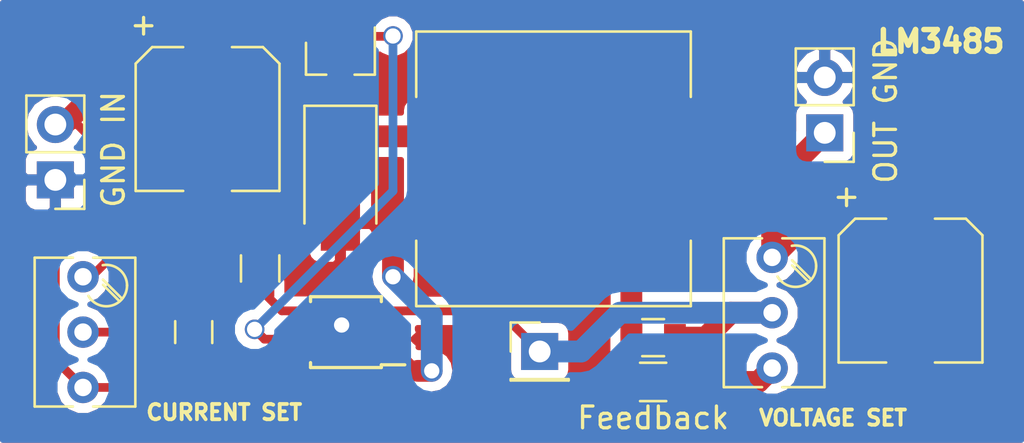
<source format=kicad_pcb>
(kicad_pcb (version 4) (host pcbnew 4.0.5)

  (general
    (links 28)
    (no_connects 0)
    (area 125.776667 98.212 175.688 120.650001)
    (thickness 1.6)
    (drawings 3)
    (tracks 76)
    (zones 0)
    (modules 15)
    (nets 11)
  )

  (page A4)
  (layers
    (0 F.Cu signal)
    (31 B.Cu signal)
    (32 B.Adhes user)
    (33 F.Adhes user)
    (34 B.Paste user)
    (35 F.Paste user)
    (36 B.SilkS user)
    (37 F.SilkS user)
    (38 B.Mask user)
    (39 F.Mask user)
    (40 Dwgs.User user)
    (41 Cmts.User user)
    (42 Eco1.User user)
    (43 Eco2.User user)
    (44 Edge.Cuts user)
    (45 Margin user)
    (46 B.CrtYd user)
    (47 F.CrtYd user)
    (48 B.Fab user)
    (49 F.Fab user)
  )

  (setup
    (last_trace_width 0.4)
    (user_trace_width 0.4)
    (user_trace_width 1)
    (user_trace_width 2)
    (trace_clearance 0.2)
    (zone_clearance 0.45)
    (zone_45_only no)
    (trace_min 0.2)
    (segment_width 0.2)
    (edge_width 0.15)
    (via_size 0.9)
    (via_drill 0.7)
    (via_min_size 0.9)
    (via_min_drill 0.7)
    (uvia_size 0.3)
    (uvia_drill 0.1)
    (uvias_allowed no)
    (uvia_min_size 0.2)
    (uvia_min_drill 0.1)
    (pcb_text_width 0.3)
    (pcb_text_size 1.5 1.5)
    (mod_edge_width 0.15)
    (mod_text_size 1 1)
    (mod_text_width 0.15)
    (pad_size 1.524 1.524)
    (pad_drill 0.762)
    (pad_to_mask_clearance 0.2)
    (aux_axis_origin 0 0)
    (visible_elements 7FFFFFFF)
    (pcbplotparams
      (layerselection 0x00030_80000001)
      (usegerberextensions false)
      (excludeedgelayer true)
      (linewidth 0.100000)
      (plotframeref false)
      (viasonmask false)
      (mode 1)
      (useauxorigin false)
      (hpglpennumber 1)
      (hpglpenspeed 20)
      (hpglpendiameter 15)
      (hpglpenoverlay 2)
      (psnegative false)
      (psa4output false)
      (plotreference true)
      (plotvalue true)
      (plotinvisibletext false)
      (padsonsilk false)
      (subtractmaskfromsilk false)
      (outputformat 1)
      (mirror false)
      (drillshape 1)
      (scaleselection 1)
      (outputdirectory ""))
  )

  (net 0 "")
  (net 1 "Net-(C1-Pad1)")
  (net 2 GND)
  (net 3 "Net-(C2-Pad2)")
  (net 4 "Net-(C3-Pad2)")
  (net 5 "Net-(D1-Pad1)")
  (net 6 "Net-(Q1-Pad1)")
  (net 7 "Net-(U1-Pad3)")
  (net 8 "Net-(C2-Pad1)")
  (net 9 "Net-(RV2-Pad1)")
  (net 10 "Net-(RV1-Pad3)")

  (net_class Default "This is the default net class."
    (clearance 0.2)
    (trace_width 1)
    (via_dia 0.9)
    (via_drill 0.7)
    (uvia_dia 0.3)
    (uvia_drill 0.1)
    (add_net GND)
    (add_net "Net-(C1-Pad1)")
    (add_net "Net-(C2-Pad1)")
    (add_net "Net-(C2-Pad2)")
    (add_net "Net-(C3-Pad2)")
    (add_net "Net-(D1-Pad1)")
    (add_net "Net-(Q1-Pad1)")
    (add_net "Net-(RV1-Pad3)")
    (add_net "Net-(RV2-Pad1)")
    (add_net "Net-(U1-Pad3)")
  )

  (module Capacitors_SMD:CP_Elec_6.3x5.7 (layer F.Cu) (tedit 5943D643) (tstamp 5943C419)
    (at 137.795 105.791 270)
    (descr "SMT capacitor, aluminium electrolytic, 6.3x5.7")
    (path /577511A5)
    (attr smd)
    (fp_text reference C1 (at 0 4.56 270) (layer F.SilkS) hide
      (effects (font (size 1 1) (thickness 0.15)))
    )
    (fp_text value CP (at 0 -4.56 270) (layer F.Fab) hide
      (effects (font (size 1 1) (thickness 0.15)))
    )
    (fp_circle (center 0 0) (end 0.6 3) (layer F.Fab) (width 0.1))
    (fp_text user + (at -1.79 -0.06 270) (layer F.Fab)
      (effects (font (size 1 1) (thickness 0.15)))
    )
    (fp_text user + (at -4.28 3.01 270) (layer F.SilkS)
      (effects (font (size 1 1) (thickness 0.15)))
    )
    (fp_text user %R (at 0 4.56 270) (layer F.Fab) hide
      (effects (font (size 1 1) (thickness 0.15)))
    )
    (fp_line (start 3.15 3.15) (end 3.15 -3.15) (layer F.Fab) (width 0.1))
    (fp_line (start -2.48 3.15) (end 3.15 3.15) (layer F.Fab) (width 0.1))
    (fp_line (start -3.15 2.48) (end -2.48 3.15) (layer F.Fab) (width 0.1))
    (fp_line (start -3.15 -2.48) (end -3.15 2.48) (layer F.Fab) (width 0.1))
    (fp_line (start -2.48 -3.15) (end -3.15 -2.48) (layer F.Fab) (width 0.1))
    (fp_line (start 3.15 -3.15) (end -2.48 -3.15) (layer F.Fab) (width 0.1))
    (fp_line (start 3.3 -3.3) (end 3.3 -1.12) (layer F.SilkS) (width 0.12))
    (fp_line (start 3.3 3.3) (end 3.3 1.12) (layer F.SilkS) (width 0.12))
    (fp_line (start -3.3 2.54) (end -3.3 1.12) (layer F.SilkS) (width 0.12))
    (fp_line (start -3.3 -2.54) (end -3.3 -1.12) (layer F.SilkS) (width 0.12))
    (fp_line (start 3.3 3.3) (end -2.54 3.3) (layer F.SilkS) (width 0.12))
    (fp_line (start -2.54 3.3) (end -3.3 2.54) (layer F.SilkS) (width 0.12))
    (fp_line (start -3.3 -2.54) (end -2.54 -3.3) (layer F.SilkS) (width 0.12))
    (fp_line (start -2.54 -3.3) (end 3.3 -3.3) (layer F.SilkS) (width 0.12))
    (fp_line (start -4.7 -3.4) (end 4.7 -3.4) (layer F.CrtYd) (width 0.05))
    (fp_line (start -4.7 -3.4) (end -4.7 3.4) (layer F.CrtYd) (width 0.05))
    (fp_line (start 4.7 3.4) (end 4.7 -3.4) (layer F.CrtYd) (width 0.05))
    (fp_line (start 4.7 3.4) (end -4.7 3.4) (layer F.CrtYd) (width 0.05))
    (pad 1 smd rect (at -2.7 0 90) (size 3.5 1.6) (layers F.Cu F.Paste F.Mask)
      (net 1 "Net-(C1-Pad1)"))
    (pad 2 smd rect (at 2.7 0 90) (size 3.5 1.6) (layers F.Cu F.Paste F.Mask)
      (net 2 GND))
    (model Capacitors_SMD.3dshapes/CP_Elec_6.3x5.7.wrl
      (at (xyz 0 0 0))
      (scale (xyz 1 1 1))
      (rotate (xyz 0 0 180))
    )
  )

  (module Capacitors_SMD:C_0805 (layer F.Cu) (tedit 5943D5B7) (tstamp 5943C41F)
    (at 158.242 115.824)
    (descr "Capacitor SMD 0805, reflow soldering, AVX (see smccp.pdf)")
    (tags "capacitor 0805")
    (path /577512BB)
    (attr smd)
    (fp_text reference C2 (at 0 -1.5) (layer F.SilkS) hide
      (effects (font (size 1 1) (thickness 0.15)))
    )
    (fp_text value C (at 0 1.75) (layer F.Fab) hide
      (effects (font (size 1 1) (thickness 0.15)))
    )
    (fp_text user %R (at 0 -1.5) (layer F.Fab) hide
      (effects (font (size 1 1) (thickness 0.15)))
    )
    (fp_line (start -1 0.62) (end -1 -0.62) (layer F.Fab) (width 0.1))
    (fp_line (start 1 0.62) (end -1 0.62) (layer F.Fab) (width 0.1))
    (fp_line (start 1 -0.62) (end 1 0.62) (layer F.Fab) (width 0.1))
    (fp_line (start -1 -0.62) (end 1 -0.62) (layer F.Fab) (width 0.1))
    (fp_line (start 0.5 -0.85) (end -0.5 -0.85) (layer F.SilkS) (width 0.12))
    (fp_line (start -0.5 0.85) (end 0.5 0.85) (layer F.SilkS) (width 0.12))
    (fp_line (start -1.75 -0.88) (end 1.75 -0.88) (layer F.CrtYd) (width 0.05))
    (fp_line (start -1.75 -0.88) (end -1.75 0.87) (layer F.CrtYd) (width 0.05))
    (fp_line (start 1.75 0.87) (end 1.75 -0.88) (layer F.CrtYd) (width 0.05))
    (fp_line (start 1.75 0.87) (end -1.75 0.87) (layer F.CrtYd) (width 0.05))
    (pad 1 smd rect (at -1 0) (size 1 1.25) (layers F.Cu F.Paste F.Mask)
      (net 8 "Net-(C2-Pad1)"))
    (pad 2 smd rect (at 1 0) (size 1 1.25) (layers F.Cu F.Paste F.Mask)
      (net 3 "Net-(C2-Pad2)"))
    (model Capacitors_SMD.3dshapes/C_0805.wrl
      (at (xyz 0 0 0))
      (scale (xyz 1 1 1))
      (rotate (xyz 0 0 0))
    )
  )

  (module Capacitors_SMD:C_0805 (layer F.Cu) (tedit 5943D625) (tstamp 5943C425)
    (at 137.16 115.57 90)
    (descr "Capacitor SMD 0805, reflow soldering, AVX (see smccp.pdf)")
    (tags "capacitor 0805")
    (path /57751244)
    (attr smd)
    (fp_text reference C3 (at 0 -1.5 90) (layer F.SilkS) hide
      (effects (font (size 1 1) (thickness 0.15)))
    )
    (fp_text value C (at 0 1.75 90) (layer F.Fab) hide
      (effects (font (size 1 1) (thickness 0.15)))
    )
    (fp_text user %R (at 0 -1.5 90) (layer F.Fab) hide
      (effects (font (size 1 1) (thickness 0.15)))
    )
    (fp_line (start -1 0.62) (end -1 -0.62) (layer F.Fab) (width 0.1))
    (fp_line (start 1 0.62) (end -1 0.62) (layer F.Fab) (width 0.1))
    (fp_line (start 1 -0.62) (end 1 0.62) (layer F.Fab) (width 0.1))
    (fp_line (start -1 -0.62) (end 1 -0.62) (layer F.Fab) (width 0.1))
    (fp_line (start 0.5 -0.85) (end -0.5 -0.85) (layer F.SilkS) (width 0.12))
    (fp_line (start -0.5 0.85) (end 0.5 0.85) (layer F.SilkS) (width 0.12))
    (fp_line (start -1.75 -0.88) (end 1.75 -0.88) (layer F.CrtYd) (width 0.05))
    (fp_line (start -1.75 -0.88) (end -1.75 0.87) (layer F.CrtYd) (width 0.05))
    (fp_line (start 1.75 0.87) (end 1.75 -0.88) (layer F.CrtYd) (width 0.05))
    (fp_line (start 1.75 0.87) (end -1.75 0.87) (layer F.CrtYd) (width 0.05))
    (pad 1 smd rect (at -1 0 90) (size 1 1.25) (layers F.Cu F.Paste F.Mask)
      (net 1 "Net-(C1-Pad1)"))
    (pad 2 smd rect (at 1 0 90) (size 1 1.25) (layers F.Cu F.Paste F.Mask)
      (net 4 "Net-(C3-Pad2)"))
    (model Capacitors_SMD.3dshapes/C_0805.wrl
      (at (xyz 0 0 0))
      (scale (xyz 1 1 1))
      (rotate (xyz 0 0 0))
    )
  )

  (module Capacitors_SMD:CP_Elec_6.3x5.7 (layer F.Cu) (tedit 5943D59E) (tstamp 5943C42B)
    (at 170.053 113.665 270)
    (descr "SMT capacitor, aluminium electrolytic, 6.3x5.7")
    (path /577511EF)
    (attr smd)
    (fp_text reference C4 (at 0 4.56 270) (layer F.SilkS) hide
      (effects (font (size 1 1) (thickness 0.15)))
    )
    (fp_text value CP (at 0 -4.56 270) (layer F.Fab) hide
      (effects (font (size 1 1) (thickness 0.15)))
    )
    (fp_circle (center 0 0) (end 0.6 3) (layer F.Fab) (width 0.1))
    (fp_text user + (at -1.79 -0.06 270) (layer F.Fab)
      (effects (font (size 1 1) (thickness 0.15)))
    )
    (fp_text user + (at -4.28 3.01 270) (layer F.SilkS)
      (effects (font (size 1 1) (thickness 0.15)))
    )
    (fp_text user %R (at 0 4.56 270) (layer F.Fab) hide
      (effects (font (size 1 1) (thickness 0.15)))
    )
    (fp_line (start 3.15 3.15) (end 3.15 -3.15) (layer F.Fab) (width 0.1))
    (fp_line (start -2.48 3.15) (end 3.15 3.15) (layer F.Fab) (width 0.1))
    (fp_line (start -3.15 2.48) (end -2.48 3.15) (layer F.Fab) (width 0.1))
    (fp_line (start -3.15 -2.48) (end -3.15 2.48) (layer F.Fab) (width 0.1))
    (fp_line (start -2.48 -3.15) (end -3.15 -2.48) (layer F.Fab) (width 0.1))
    (fp_line (start 3.15 -3.15) (end -2.48 -3.15) (layer F.Fab) (width 0.1))
    (fp_line (start 3.3 -3.3) (end 3.3 -1.12) (layer F.SilkS) (width 0.12))
    (fp_line (start 3.3 3.3) (end 3.3 1.12) (layer F.SilkS) (width 0.12))
    (fp_line (start -3.3 2.54) (end -3.3 1.12) (layer F.SilkS) (width 0.12))
    (fp_line (start -3.3 -2.54) (end -3.3 -1.12) (layer F.SilkS) (width 0.12))
    (fp_line (start 3.3 3.3) (end -2.54 3.3) (layer F.SilkS) (width 0.12))
    (fp_line (start -2.54 3.3) (end -3.3 2.54) (layer F.SilkS) (width 0.12))
    (fp_line (start -3.3 -2.54) (end -2.54 -3.3) (layer F.SilkS) (width 0.12))
    (fp_line (start -2.54 -3.3) (end 3.3 -3.3) (layer F.SilkS) (width 0.12))
    (fp_line (start -4.7 -3.4) (end 4.7 -3.4) (layer F.CrtYd) (width 0.05))
    (fp_line (start -4.7 -3.4) (end -4.7 3.4) (layer F.CrtYd) (width 0.05))
    (fp_line (start 4.7 3.4) (end 4.7 -3.4) (layer F.CrtYd) (width 0.05))
    (fp_line (start 4.7 3.4) (end -4.7 3.4) (layer F.CrtYd) (width 0.05))
    (pad 1 smd rect (at -2.7 0 90) (size 3.5 1.6) (layers F.Cu F.Paste F.Mask)
      (net 8 "Net-(C2-Pad1)"))
    (pad 2 smd rect (at 2.7 0 90) (size 3.5 1.6) (layers F.Cu F.Paste F.Mask)
      (net 2 GND))
    (model Capacitors_SMD.3dshapes/CP_Elec_6.3x5.7.wrl
      (at (xyz 0 0 0))
      (scale (xyz 1 1 1))
      (rotate (xyz 0 0 180))
    )
  )

  (module Inductors_SMD:L_12x12mm_h4.5mm (layer F.Cu) (tedit 5943D5F6) (tstamp 5943C431)
    (at 153.67 108.077)
    (descr "Choke, SMD, 12x12mm 4.5mm height")
    (tags "Choke SMD")
    (path /57751411)
    (attr smd)
    (fp_text reference L1 (at 0 -8.89) (layer F.SilkS) hide
      (effects (font (size 1 1) (thickness 0.15)))
    )
    (fp_text value INDUCTOR_SMALL (at 0 8.89) (layer F.Fab) hide
      (effects (font (size 1 1) (thickness 0.15)))
    )
    (fp_line (start 6.3 3.3) (end 6.3 6.3) (layer F.SilkS) (width 0.12))
    (fp_line (start 6.3 6.3) (end -6.3 6.3) (layer F.SilkS) (width 0.12))
    (fp_line (start -6.3 6.3) (end -6.3 3.3) (layer F.SilkS) (width 0.12))
    (fp_line (start -6.3 -3.3) (end -6.3 -6.3) (layer F.SilkS) (width 0.12))
    (fp_line (start -6.3 -6.3) (end 6.3 -6.3) (layer F.SilkS) (width 0.12))
    (fp_line (start 6.3 -6.3) (end 6.3 -3.3) (layer F.SilkS) (width 0.12))
    (fp_line (start -6.86 -6.6) (end 6.86 -6.6) (layer F.CrtYd) (width 0.05))
    (fp_line (start 6.86 -6.6) (end 6.86 6.6) (layer F.CrtYd) (width 0.05))
    (fp_line (start 6.86 6.6) (end -6.86 6.6) (layer F.CrtYd) (width 0.05))
    (fp_line (start -6.86 6.6) (end -6.86 -6.6) (layer F.CrtYd) (width 0.05))
    (fp_line (start 4.9 3.3) (end 5 3.4) (layer F.Fab) (width 0.1))
    (fp_line (start 5 3.4) (end 5.1 3.8) (layer F.Fab) (width 0.1))
    (fp_line (start 5.1 3.8) (end 5 4.3) (layer F.Fab) (width 0.1))
    (fp_line (start 5 4.3) (end 4.8 4.6) (layer F.Fab) (width 0.1))
    (fp_line (start 4.8 4.6) (end 4.5 5) (layer F.Fab) (width 0.1))
    (fp_line (start 4.5 5) (end 4 5.1) (layer F.Fab) (width 0.1))
    (fp_line (start 4 5.1) (end 3.5 5) (layer F.Fab) (width 0.1))
    (fp_line (start 3.5 5) (end 3.1 4.7) (layer F.Fab) (width 0.1))
    (fp_line (start 3.1 4.7) (end 3 4.6) (layer F.Fab) (width 0.1))
    (fp_line (start 3 4.6) (end 2.4 5) (layer F.Fab) (width 0.1))
    (fp_line (start 2.4 5) (end 1.6 5.3) (layer F.Fab) (width 0.1))
    (fp_line (start 1.6 5.3) (end 0.6 5.5) (layer F.Fab) (width 0.1))
    (fp_line (start 0.6 5.5) (end -0.6 5.5) (layer F.Fab) (width 0.1))
    (fp_line (start -0.6 5.5) (end -1.5 5.3) (layer F.Fab) (width 0.1))
    (fp_line (start -1.5 5.3) (end -2.1 5.1) (layer F.Fab) (width 0.1))
    (fp_line (start -2.1 5.1) (end -2.6 4.9) (layer F.Fab) (width 0.1))
    (fp_line (start -2.6 4.9) (end -3 4.7) (layer F.Fab) (width 0.1))
    (fp_line (start -3 4.7) (end -3.3 4.9) (layer F.Fab) (width 0.1))
    (fp_line (start -3.3 4.9) (end -3.9 5.1) (layer F.Fab) (width 0.1))
    (fp_line (start -3.9 5.1) (end -4.3 5) (layer F.Fab) (width 0.1))
    (fp_line (start -4.3 5) (end -4.6 4.8) (layer F.Fab) (width 0.1))
    (fp_line (start -4.6 4.8) (end -4.9 4.6) (layer F.Fab) (width 0.1))
    (fp_line (start -4.9 4.6) (end -5.1 4.1) (layer F.Fab) (width 0.1))
    (fp_line (start -5.1 4.1) (end -5 3.6) (layer F.Fab) (width 0.1))
    (fp_line (start -5 3.6) (end -4.8 3.2) (layer F.Fab) (width 0.1))
    (fp_line (start 4.9 -3.3) (end 5 -3.6) (layer F.Fab) (width 0.1))
    (fp_line (start 5 -3.6) (end 5.1 -4) (layer F.Fab) (width 0.1))
    (fp_line (start 5.1 -4) (end 5 -4.3) (layer F.Fab) (width 0.1))
    (fp_line (start 5 -4.3) (end 4.8 -4.7) (layer F.Fab) (width 0.1))
    (fp_line (start 4.8 -4.7) (end 4.5 -4.9) (layer F.Fab) (width 0.1))
    (fp_line (start 4.5 -4.9) (end 4.2 -5.1) (layer F.Fab) (width 0.1))
    (fp_line (start 4.2 -5.1) (end 3.9 -5.1) (layer F.Fab) (width 0.1))
    (fp_line (start 3.9 -5.1) (end 3.6 -5) (layer F.Fab) (width 0.1))
    (fp_line (start 3.6 -5) (end 3.3 -4.9) (layer F.Fab) (width 0.1))
    (fp_line (start 3.3 -4.9) (end 3 -4.6) (layer F.Fab) (width 0.1))
    (fp_line (start 3 -4.6) (end 2.6 -4.9) (layer F.Fab) (width 0.1))
    (fp_line (start 2.6 -4.9) (end 2.2 -5.1) (layer F.Fab) (width 0.1))
    (fp_line (start 2.2 -5.1) (end 1.7 -5.3) (layer F.Fab) (width 0.1))
    (fp_line (start 1.7 -5.3) (end 0.9 -5.5) (layer F.Fab) (width 0.1))
    (fp_line (start 0.9 -5.5) (end 0 -5.6) (layer F.Fab) (width 0.1))
    (fp_line (start 0 -5.6) (end -0.8 -5.5) (layer F.Fab) (width 0.1))
    (fp_line (start -0.8 -5.5) (end -1.7 -5.3) (layer F.Fab) (width 0.1))
    (fp_line (start -1.7 -5.3) (end -2.6 -4.9) (layer F.Fab) (width 0.1))
    (fp_line (start -2.6 -4.9) (end -3 -4.7) (layer F.Fab) (width 0.1))
    (fp_line (start -3 -4.7) (end -3.3 -4.9) (layer F.Fab) (width 0.1))
    (fp_line (start -3.3 -4.9) (end -3.7 -5.1) (layer F.Fab) (width 0.1))
    (fp_line (start -3.7 -5.1) (end -4.2 -5) (layer F.Fab) (width 0.1))
    (fp_line (start -4.2 -5) (end -4.6 -4.8) (layer F.Fab) (width 0.1))
    (fp_line (start -4.6 -4.8) (end -4.9 -4.5) (layer F.Fab) (width 0.1))
    (fp_line (start -4.9 -4.5) (end -5.1 -4) (layer F.Fab) (width 0.1))
    (fp_line (start -5.1 -4) (end -5 -3.5) (layer F.Fab) (width 0.1))
    (fp_line (start -5 -3.5) (end -4.8 -3.2) (layer F.Fab) (width 0.1))
    (fp_line (start -6.2 3.3) (end -6.2 6.2) (layer F.Fab) (width 0.1))
    (fp_line (start -6.2 6.2) (end 6.2 6.2) (layer F.Fab) (width 0.1))
    (fp_line (start 6.2 6.2) (end 6.2 3.3) (layer F.Fab) (width 0.1))
    (fp_line (start 6.2 -6.2) (end -6.2 -6.2) (layer F.Fab) (width 0.1))
    (fp_line (start -6.2 -6.2) (end -6.2 -3.3) (layer F.Fab) (width 0.1))
    (fp_line (start 6.2 -6.2) (end 6.2 -3.3) (layer F.Fab) (width 0.1))
    (fp_circle (center 0 0) (end 0.9 0) (layer F.Adhes) (width 0.38))
    (fp_circle (center 0 0) (end 0.55 0) (layer F.Adhes) (width 0.38))
    (fp_circle (center 0 0) (end 0.15 0.15) (layer F.Adhes) (width 0.38))
    (fp_circle (center -2.1 3) (end -1.8 3.25) (layer F.Fab) (width 0.1))
    (pad 1 smd rect (at -4.95 0) (size 2.9 5.4) (layers F.Cu F.Paste F.Mask)
      (net 5 "Net-(D1-Pad1)"))
    (pad 2 smd rect (at 4.95 0) (size 2.9 5.4) (layers F.Cu F.Paste F.Mask)
      (net 8 "Net-(C2-Pad1)"))
    (model Inductors_SMD.3dshapes\L_12x12mm_h4.5mm.wrl
      (at (xyz 0 0 0))
      (scale (xyz 4 4 4))
      (rotate (xyz 0 0 0))
    )
  )

  (module Socket_Strips:Socket_Strip_Straight_1x02_Pitch2.54mm (layer F.Cu) (tedit 5943D663) (tstamp 5943C437)
    (at 130.81 108.585 180)
    (descr "Through hole straight socket strip, 1x02, 2.54mm pitch, single row")
    (tags "Through hole socket strip THT 1x02 2.54mm single row")
    (path /57750FB1)
    (fp_text reference "GND IN" (at -2.667 1.397 270) (layer F.SilkS)
      (effects (font (size 1 1) (thickness 0.15)))
    )
    (fp_text value CONN_01X02 (at 0 4.87 180) (layer F.Fab) hide
      (effects (font (size 1 1) (thickness 0.15)))
    )
    (fp_line (start -1.27 -1.27) (end -1.27 3.81) (layer F.Fab) (width 0.1))
    (fp_line (start -1.27 3.81) (end 1.27 3.81) (layer F.Fab) (width 0.1))
    (fp_line (start 1.27 3.81) (end 1.27 -1.27) (layer F.Fab) (width 0.1))
    (fp_line (start 1.27 -1.27) (end -1.27 -1.27) (layer F.Fab) (width 0.1))
    (fp_line (start -1.33 1.27) (end -1.33 3.87) (layer F.SilkS) (width 0.12))
    (fp_line (start -1.33 3.87) (end 1.33 3.87) (layer F.SilkS) (width 0.12))
    (fp_line (start 1.33 3.87) (end 1.33 1.27) (layer F.SilkS) (width 0.12))
    (fp_line (start 1.33 1.27) (end -1.33 1.27) (layer F.SilkS) (width 0.12))
    (fp_line (start -1.33 0) (end -1.33 -1.33) (layer F.SilkS) (width 0.12))
    (fp_line (start -1.33 -1.33) (end 0 -1.33) (layer F.SilkS) (width 0.12))
    (fp_line (start -1.8 -1.8) (end -1.8 4.35) (layer F.CrtYd) (width 0.05))
    (fp_line (start -1.8 4.35) (end 1.8 4.35) (layer F.CrtYd) (width 0.05))
    (fp_line (start 1.8 4.35) (end 1.8 -1.8) (layer F.CrtYd) (width 0.05))
    (fp_line (start 1.8 -1.8) (end -1.8 -1.8) (layer F.CrtYd) (width 0.05))
    (fp_text user %R (at 0 -2.33 180) (layer F.Fab) hide
      (effects (font (size 1 1) (thickness 0.15)))
    )
    (pad 1 thru_hole rect (at 0 0 180) (size 1.7 1.7) (drill 1) (layers *.Cu *.Mask)
      (net 2 GND))
    (pad 2 thru_hole oval (at 0 2.54 180) (size 1.7 1.7) (drill 1) (layers *.Cu *.Mask)
      (net 1 "Net-(C1-Pad1)"))
    (model ${KISYS3DMOD}/Socket_Strips.3dshapes/Socket_Strip_Straight_1x02_Pitch2.54mm.wrl
      (at (xyz 0 -0.05 0))
      (scale (xyz 1 1 1))
      (rotate (xyz 0 0 270))
    )
  )

  (module Socket_Strips:Socket_Strip_Straight_1x02_Pitch2.54mm (layer F.Cu) (tedit 5943D587) (tstamp 5943C43D)
    (at 166.116 106.426 180)
    (descr "Through hole straight socket strip, 1x02, 2.54mm pitch, single row")
    (tags "Through hole socket strip THT 1x02 2.54mm single row")
    (path /5775100B)
    (fp_text reference P2 (at 0 -2.33 180) (layer F.SilkS) hide
      (effects (font (size 1 1) (thickness 0.15)))
    )
    (fp_text value CONN_01X02 (at 0 4.87 180) (layer F.Fab) hide
      (effects (font (size 1 1) (thickness 0.15)))
    )
    (fp_line (start -1.27 -1.27) (end -1.27 3.81) (layer F.Fab) (width 0.1))
    (fp_line (start -1.27 3.81) (end 1.27 3.81) (layer F.Fab) (width 0.1))
    (fp_line (start 1.27 3.81) (end 1.27 -1.27) (layer F.Fab) (width 0.1))
    (fp_line (start 1.27 -1.27) (end -1.27 -1.27) (layer F.Fab) (width 0.1))
    (fp_line (start -1.33 1.27) (end -1.33 3.87) (layer F.SilkS) (width 0.12))
    (fp_line (start -1.33 3.87) (end 1.33 3.87) (layer F.SilkS) (width 0.12))
    (fp_line (start 1.33 3.87) (end 1.33 1.27) (layer F.SilkS) (width 0.12))
    (fp_line (start 1.33 1.27) (end -1.33 1.27) (layer F.SilkS) (width 0.12))
    (fp_line (start -1.33 0) (end -1.33 -1.33) (layer F.SilkS) (width 0.12))
    (fp_line (start -1.33 -1.33) (end 0 -1.33) (layer F.SilkS) (width 0.12))
    (fp_line (start -1.8 -1.8) (end -1.8 4.35) (layer F.CrtYd) (width 0.05))
    (fp_line (start -1.8 4.35) (end 1.8 4.35) (layer F.CrtYd) (width 0.05))
    (fp_line (start 1.8 4.35) (end 1.8 -1.8) (layer F.CrtYd) (width 0.05))
    (fp_line (start 1.8 -1.8) (end -1.8 -1.8) (layer F.CrtYd) (width 0.05))
    (fp_text user "OUT GND" (at -2.794 1.016 270) (layer F.SilkS)
      (effects (font (size 1 1) (thickness 0.15)))
    )
    (pad 1 thru_hole rect (at 0 0 180) (size 1.7 1.7) (drill 1) (layers *.Cu *.Mask)
      (net 8 "Net-(C2-Pad1)"))
    (pad 2 thru_hole oval (at 0 2.54 180) (size 1.7 1.7) (drill 1) (layers *.Cu *.Mask)
      (net 2 GND))
    (model ${KISYS3DMOD}/Socket_Strips.3dshapes/Socket_Strip_Straight_1x02_Pitch2.54mm.wrl
      (at (xyz 0 -0.05 0))
      (scale (xyz 1 1 1))
      (rotate (xyz 0 0 270))
    )
  )

  (module TO_SOT_Packages_SMD:SOT-23 (layer F.Cu) (tedit 5943D632) (tstamp 5943C444)
    (at 143.891 102.997 270)
    (descr "SOT-23, Standard")
    (tags SOT-23)
    (path /57751537)
    (attr smd)
    (fp_text reference Q1 (at 0 -2.5 270) (layer F.SilkS) hide
      (effects (font (size 1 1) (thickness 0.15)))
    )
    (fp_text value BSS138 (at 0 2.5 270) (layer F.Fab) hide
      (effects (font (size 1 1) (thickness 0.15)))
    )
    (fp_text user %R (at 0 0 270) (layer F.Fab)
      (effects (font (size 0.5 0.5) (thickness 0.075)))
    )
    (fp_line (start -0.7 -0.95) (end -0.7 1.5) (layer F.Fab) (width 0.1))
    (fp_line (start -0.15 -1.52) (end 0.7 -1.52) (layer F.Fab) (width 0.1))
    (fp_line (start -0.7 -0.95) (end -0.15 -1.52) (layer F.Fab) (width 0.1))
    (fp_line (start 0.7 -1.52) (end 0.7 1.52) (layer F.Fab) (width 0.1))
    (fp_line (start -0.7 1.52) (end 0.7 1.52) (layer F.Fab) (width 0.1))
    (fp_line (start 0.76 1.58) (end 0.76 0.65) (layer F.SilkS) (width 0.12))
    (fp_line (start 0.76 -1.58) (end 0.76 -0.65) (layer F.SilkS) (width 0.12))
    (fp_line (start -1.7 -1.75) (end 1.7 -1.75) (layer F.CrtYd) (width 0.05))
    (fp_line (start 1.7 -1.75) (end 1.7 1.75) (layer F.CrtYd) (width 0.05))
    (fp_line (start 1.7 1.75) (end -1.7 1.75) (layer F.CrtYd) (width 0.05))
    (fp_line (start -1.7 1.75) (end -1.7 -1.75) (layer F.CrtYd) (width 0.05))
    (fp_line (start 0.76 -1.58) (end -1.4 -1.58) (layer F.SilkS) (width 0.12))
    (fp_line (start 0.76 1.58) (end -0.7 1.58) (layer F.SilkS) (width 0.12))
    (pad 1 smd rect (at -1 -0.95 270) (size 0.9 0.8) (layers F.Cu F.Paste F.Mask)
      (net 6 "Net-(Q1-Pad1)"))
    (pad 2 smd rect (at -1 0.95 270) (size 0.9 0.8) (layers F.Cu F.Paste F.Mask)
      (net 1 "Net-(C1-Pad1)"))
    (pad 3 smd rect (at 1 0 270) (size 0.9 0.8) (layers F.Cu F.Paste F.Mask)
      (net 5 "Net-(D1-Pad1)"))
    (model ${KISYS3DMOD}/TO_SOT_Packages_SMD.3dshapes/SOT-23.wrl
      (at (xyz 0 0 0))
      (scale (xyz 1 1 1))
      (rotate (xyz 0 0 90))
    )
  )

  (module Resistors_SMD:R_0805 (layer F.Cu) (tedit 5943D62A) (tstamp 5943C44A)
    (at 140.208 112.649 270)
    (descr "Resistor SMD 0805, reflow soldering, Vishay (see dcrcw.pdf)")
    (tags "resistor 0805")
    (path /5943D238)
    (attr smd)
    (fp_text reference Radj1 (at 0 -1.65 270) (layer F.SilkS) hide
      (effects (font (size 1 1) (thickness 0.15)))
    )
    (fp_text value 470 (at 0 1.75 270) (layer F.Fab) hide
      (effects (font (size 1 1) (thickness 0.15)))
    )
    (fp_text user %R (at 0 -1.65 270) (layer F.Fab) hide
      (effects (font (size 1 1) (thickness 0.15)))
    )
    (fp_line (start -1 0.62) (end -1 -0.62) (layer F.Fab) (width 0.1))
    (fp_line (start 1 0.62) (end -1 0.62) (layer F.Fab) (width 0.1))
    (fp_line (start 1 -0.62) (end 1 0.62) (layer F.Fab) (width 0.1))
    (fp_line (start -1 -0.62) (end 1 -0.62) (layer F.Fab) (width 0.1))
    (fp_line (start 0.6 0.88) (end -0.6 0.88) (layer F.SilkS) (width 0.12))
    (fp_line (start -0.6 -0.88) (end 0.6 -0.88) (layer F.SilkS) (width 0.12))
    (fp_line (start -1.55 -0.9) (end 1.55 -0.9) (layer F.CrtYd) (width 0.05))
    (fp_line (start -1.55 -0.9) (end -1.55 0.9) (layer F.CrtYd) (width 0.05))
    (fp_line (start 1.55 0.9) (end 1.55 -0.9) (layer F.CrtYd) (width 0.05))
    (fp_line (start 1.55 0.9) (end -1.55 0.9) (layer F.CrtYd) (width 0.05))
    (pad 1 smd rect (at -0.95 0 270) (size 0.7 1.3) (layers F.Cu F.Paste F.Mask)
      (net 9 "Net-(RV2-Pad1)"))
    (pad 2 smd rect (at 0.95 0 270) (size 0.7 1.3) (layers F.Cu F.Paste F.Mask)
      (net 4 "Net-(C3-Pad2)"))
    (model Resistors_SMD.3dshapes/R_0805.wrl
      (at (xyz 0 0 0))
      (scale (xyz 1 1 1))
      (rotate (xyz 0 0 0))
    )
  )

  (module Potentiometers:Potentiometer_Trimmer_Bourns_3266Y (layer F.Cu) (tedit 5943D5BB) (tstamp 5943C451)
    (at 163.703 112.141 90)
    (descr "Spindle Trimmer Potentiometer, Bourns 3266Y, https://www.bourns.com/pdfs/3266.pdf")
    (tags "Spindle Trimmer Potentiometer   Bourns 3266Y")
    (path /57751EEF)
    (fp_text reference RV1 (at -2.54 -3.41 90) (layer F.SilkS) hide
      (effects (font (size 1 1) (thickness 0.15)))
    )
    (fp_text value POT (at -2.54 3.59 90) (layer F.Fab) hide
      (effects (font (size 1 1) (thickness 0.15)))
    )
    (fp_arc (start -0.405 1.07) (end -0.405 2.02) (angle -100) (layer F.SilkS) (width 0.12))
    (fp_arc (start -0.405 1.07) (end -0.879 0.248) (angle -151) (layer F.SilkS) (width 0.12))
    (fp_circle (center -0.405 1.07) (end 0.485 1.07) (layer F.Fab) (width 0.1))
    (fp_line (start -5.895 -2.16) (end -5.895 2.34) (layer F.Fab) (width 0.1))
    (fp_line (start -5.895 2.34) (end 0.815 2.34) (layer F.Fab) (width 0.1))
    (fp_line (start 0.815 2.34) (end 0.815 -2.16) (layer F.Fab) (width 0.1))
    (fp_line (start 0.815 -2.16) (end -5.895 -2.16) (layer F.Fab) (width 0.1))
    (fp_line (start 0.27 0.504) (end -0.971 1.745) (layer F.Fab) (width 0.1))
    (fp_line (start 0.162 0.396) (end -1.08 1.637) (layer F.Fab) (width 0.1))
    (fp_line (start -5.955 -2.22) (end 0.875 -2.22) (layer F.SilkS) (width 0.12))
    (fp_line (start -5.955 2.4) (end 0.875 2.4) (layer F.SilkS) (width 0.12))
    (fp_line (start -5.955 -2.22) (end -5.955 -0.465) (layer F.SilkS) (width 0.12))
    (fp_line (start -5.955 0.466) (end -5.955 2.4) (layer F.SilkS) (width 0.12))
    (fp_line (start 0.875 -2.22) (end 0.875 -0.465) (layer F.SilkS) (width 0.12))
    (fp_line (start 0.875 0.466) (end 0.875 2.4) (layer F.SilkS) (width 0.12))
    (fp_line (start -0.135 0.916) (end -1.009 1.791) (layer F.SilkS) (width 0.12))
    (fp_line (start -0.37 0.92) (end -1.125 1.675) (layer F.SilkS) (width 0.12))
    (fp_line (start -6.15 -2.45) (end -6.15 2.6) (layer F.CrtYd) (width 0.05))
    (fp_line (start -6.15 2.6) (end 1.1 2.6) (layer F.CrtYd) (width 0.05))
    (fp_line (start 1.1 2.6) (end 1.1 -2.45) (layer F.CrtYd) (width 0.05))
    (fp_line (start 1.1 -2.45) (end -6.15 -2.45) (layer F.CrtYd) (width 0.05))
    (pad 1 thru_hole circle (at 0 0 90) (size 1.44 1.44) (drill 0.8) (layers *.Cu *.Mask)
      (net 8 "Net-(C2-Pad1)"))
    (pad 2 thru_hole circle (at -2.54 0 90) (size 1.44 1.44) (drill 0.8) (layers *.Cu *.Mask)
      (net 3 "Net-(C2-Pad2)"))
    (pad 3 thru_hole circle (at -5.08 0 90) (size 1.44 1.44) (drill 0.8) (layers *.Cu *.Mask)
      (net 10 "Net-(RV1-Pad3)"))
    (model Potentiometers.3dshapes/Potentiometer_Trimmer_Bourns_3266Y.wrl
      (at (xyz 0 0 0))
      (scale (xyz 0.393701 0.393701 0.393701))
      (rotate (xyz 0 0 0))
    )
  )

  (module Potentiometers:Potentiometer_Trimmer_Bourns_3266Y (layer F.Cu) (tedit 5943D61A) (tstamp 5943C458)
    (at 132.08 113.03 90)
    (descr "Spindle Trimmer Potentiometer, Bourns 3266Y, https://www.bourns.com/pdfs/3266.pdf")
    (tags "Spindle Trimmer Potentiometer   Bourns 3266Y")
    (path /57752CB5)
    (fp_text reference RV2 (at -2.54 -3.41 90) (layer F.SilkS) hide
      (effects (font (size 1 1) (thickness 0.15)))
    )
    (fp_text value POT (at -2.54 3.59 90) (layer F.Fab) hide
      (effects (font (size 1 1) (thickness 0.15)))
    )
    (fp_arc (start -0.405 1.07) (end -0.405 2.02) (angle -100) (layer F.SilkS) (width 0.12))
    (fp_arc (start -0.405 1.07) (end -0.879 0.248) (angle -151) (layer F.SilkS) (width 0.12))
    (fp_circle (center -0.405 1.07) (end 0.485 1.07) (layer F.Fab) (width 0.1))
    (fp_line (start -5.895 -2.16) (end -5.895 2.34) (layer F.Fab) (width 0.1))
    (fp_line (start -5.895 2.34) (end 0.815 2.34) (layer F.Fab) (width 0.1))
    (fp_line (start 0.815 2.34) (end 0.815 -2.16) (layer F.Fab) (width 0.1))
    (fp_line (start 0.815 -2.16) (end -5.895 -2.16) (layer F.Fab) (width 0.1))
    (fp_line (start 0.27 0.504) (end -0.971 1.745) (layer F.Fab) (width 0.1))
    (fp_line (start 0.162 0.396) (end -1.08 1.637) (layer F.Fab) (width 0.1))
    (fp_line (start -5.955 -2.22) (end 0.875 -2.22) (layer F.SilkS) (width 0.12))
    (fp_line (start -5.955 2.4) (end 0.875 2.4) (layer F.SilkS) (width 0.12))
    (fp_line (start -5.955 -2.22) (end -5.955 -0.465) (layer F.SilkS) (width 0.12))
    (fp_line (start -5.955 0.466) (end -5.955 2.4) (layer F.SilkS) (width 0.12))
    (fp_line (start 0.875 -2.22) (end 0.875 -0.465) (layer F.SilkS) (width 0.12))
    (fp_line (start 0.875 0.466) (end 0.875 2.4) (layer F.SilkS) (width 0.12))
    (fp_line (start -0.135 0.916) (end -1.009 1.791) (layer F.SilkS) (width 0.12))
    (fp_line (start -0.37 0.92) (end -1.125 1.675) (layer F.SilkS) (width 0.12))
    (fp_line (start -6.15 -2.45) (end -6.15 2.6) (layer F.CrtYd) (width 0.05))
    (fp_line (start -6.15 2.6) (end 1.1 2.6) (layer F.CrtYd) (width 0.05))
    (fp_line (start 1.1 2.6) (end 1.1 -2.45) (layer F.CrtYd) (width 0.05))
    (fp_line (start 1.1 -2.45) (end -6.15 -2.45) (layer F.CrtYd) (width 0.05))
    (pad 1 thru_hole circle (at 0 0 90) (size 1.44 1.44) (drill 0.8) (layers *.Cu *.Mask)
      (net 9 "Net-(RV2-Pad1)"))
    (pad 2 thru_hole circle (at -2.54 0 90) (size 1.44 1.44) (drill 0.8) (layers *.Cu *.Mask)
      (net 4 "Net-(C3-Pad2)"))
    (pad 3 thru_hole circle (at -5.08 0 90) (size 1.44 1.44) (drill 0.8) (layers *.Cu *.Mask)
      (net 1 "Net-(C1-Pad1)"))
    (model Potentiometers.3dshapes/Potentiometer_Trimmer_Bourns_3266Y.wrl
      (at (xyz 0 0 0))
      (scale (xyz 0.393701 0.393701 0.393701))
      (rotate (xyz 0 0 0))
    )
  )

  (module Resistors_SMD:R_0805 (layer F.Cu) (tedit 5943D5F1) (tstamp 5943C45E)
    (at 158.242 117.856 180)
    (descr "Resistor SMD 0805, reflow soldering, Vishay (see dcrcw.pdf)")
    (tags "resistor 0805")
    (path /5943CD1B)
    (attr smd)
    (fp_text reference Feedback (at 0 -1.65 180) (layer F.SilkS)
      (effects (font (size 1 1) (thickness 0.15)))
    )
    (fp_text value 5k (at 0 1.75 180) (layer F.Fab) hide
      (effects (font (size 1 1) (thickness 0.15)))
    )
    (fp_text user %R (at 0 -1.65 180) (layer F.Fab) hide
      (effects (font (size 1 1) (thickness 0.15)))
    )
    (fp_line (start -1 0.62) (end -1 -0.62) (layer F.Fab) (width 0.1))
    (fp_line (start 1 0.62) (end -1 0.62) (layer F.Fab) (width 0.1))
    (fp_line (start 1 -0.62) (end 1 0.62) (layer F.Fab) (width 0.1))
    (fp_line (start -1 -0.62) (end 1 -0.62) (layer F.Fab) (width 0.1))
    (fp_line (start 0.6 0.88) (end -0.6 0.88) (layer F.SilkS) (width 0.12))
    (fp_line (start -0.6 -0.88) (end 0.6 -0.88) (layer F.SilkS) (width 0.12))
    (fp_line (start -1.55 -0.9) (end 1.55 -0.9) (layer F.CrtYd) (width 0.05))
    (fp_line (start -1.55 -0.9) (end -1.55 0.9) (layer F.CrtYd) (width 0.05))
    (fp_line (start 1.55 0.9) (end 1.55 -0.9) (layer F.CrtYd) (width 0.05))
    (fp_line (start 1.55 0.9) (end -1.55 0.9) (layer F.CrtYd) (width 0.05))
    (pad 1 smd rect (at -0.95 0 180) (size 0.7 1.3) (layers F.Cu F.Paste F.Mask)
      (net 10 "Net-(RV1-Pad3)"))
    (pad 2 smd rect (at 0.95 0 180) (size 0.7 1.3) (layers F.Cu F.Paste F.Mask)
      (net 2 GND))
    (model Resistors_SMD.3dshapes/R_0805.wrl
      (at (xyz 0 0 0))
      (scale (xyz 1 1 1))
      (rotate (xyz 0 0 0))
    )
  )

  (module Housings_SSOP:TSSOP-8_3x3mm_Pitch0.65mm (layer F.Cu) (tedit 5943D608) (tstamp 5943C46A)
    (at 144.145 115.57 180)
    (descr "TSSOP8: plastic thin shrink small outline package; 8 leads; body width 3 mm; (see NXP SSOP-TSSOP-VSO-REFLOW.pdf and sot505-1_po.pdf)")
    (tags "SSOP 0.65")
    (path /57750F22)
    (attr smd)
    (fp_text reference U1 (at 0 -2.55 180) (layer F.SilkS) hide
      (effects (font (size 1 1) (thickness 0.15)))
    )
    (fp_text value LM3485 (at 0 2.55 180) (layer F.Fab) hide
      (effects (font (size 1 1) (thickness 0.15)))
    )
    (fp_line (start -0.5 -1.5) (end 1.5 -1.5) (layer F.Fab) (width 0.15))
    (fp_line (start 1.5 -1.5) (end 1.5 1.5) (layer F.Fab) (width 0.15))
    (fp_line (start 1.5 1.5) (end -1.5 1.5) (layer F.Fab) (width 0.15))
    (fp_line (start -1.5 1.5) (end -1.5 -0.5) (layer F.Fab) (width 0.15))
    (fp_line (start -1.5 -0.5) (end -0.5 -1.5) (layer F.Fab) (width 0.15))
    (fp_line (start -2.95 -1.8) (end -2.95 1.8) (layer F.CrtYd) (width 0.05))
    (fp_line (start 2.95 -1.8) (end 2.95 1.8) (layer F.CrtYd) (width 0.05))
    (fp_line (start -2.95 -1.8) (end 2.95 -1.8) (layer F.CrtYd) (width 0.05))
    (fp_line (start -2.95 1.8) (end 2.95 1.8) (layer F.CrtYd) (width 0.05))
    (fp_line (start -1.625 -1.625) (end -1.625 -1.5) (layer F.SilkS) (width 0.15))
    (fp_line (start 1.625 -1.625) (end 1.625 -1.4) (layer F.SilkS) (width 0.15))
    (fp_line (start 1.625 1.625) (end 1.625 1.4) (layer F.SilkS) (width 0.15))
    (fp_line (start -1.625 1.625) (end -1.625 1.4) (layer F.SilkS) (width 0.15))
    (fp_line (start -1.625 -1.625) (end 1.625 -1.625) (layer F.SilkS) (width 0.15))
    (fp_line (start -1.625 1.625) (end 1.625 1.625) (layer F.SilkS) (width 0.15))
    (fp_line (start -1.625 -1.5) (end -2.7 -1.5) (layer F.SilkS) (width 0.15))
    (pad 1 smd rect (at -2.15 -0.975 180) (size 1.1 0.4) (layers F.Cu F.Paste F.Mask)
      (net 5 "Net-(D1-Pad1)"))
    (pad 2 smd rect (at -2.15 -0.325 180) (size 1.1 0.4) (layers F.Cu F.Paste F.Mask)
      (net 2 GND))
    (pad 3 smd rect (at -2.15 0.325 180) (size 1.1 0.4) (layers F.Cu F.Paste F.Mask)
      (net 7 "Net-(U1-Pad3)"))
    (pad 4 smd rect (at -2.15 0.975 180) (size 1.1 0.4) (layers F.Cu F.Paste F.Mask)
      (net 3 "Net-(C2-Pad2)"))
    (pad 5 smd rect (at 2.15 0.975 180) (size 1.1 0.4) (layers F.Cu F.Paste F.Mask)
      (net 4 "Net-(C3-Pad2)"))
    (pad 6 smd rect (at 2.15 0.325 180) (size 1.1 0.4) (layers F.Cu F.Paste F.Mask)
      (net 2 GND))
    (pad 7 smd rect (at 2.15 -0.325 180) (size 1.1 0.4) (layers F.Cu F.Paste F.Mask)
      (net 6 "Net-(Q1-Pad1)"))
    (pad 8 smd rect (at 2.15 -0.975 180) (size 1.1 0.4) (layers F.Cu F.Paste F.Mask)
      (net 1 "Net-(C1-Pad1)"))
    (model Housings_SSOP.3dshapes/TSSOP-8_3x3mm_Pitch0.65mm.wrl
      (at (xyz 0 0 0))
      (scale (xyz 1 1 1))
      (rotate (xyz 0 0 0))
    )
  )

  (module Socket_Strips:Socket_Strip_Straight_1x01_Pitch2.54mm (layer F.Cu) (tedit 5943D5D6) (tstamp 5943CD53)
    (at 153.035 116.459)
    (descr "Through hole straight socket strip, 1x01, 2.54mm pitch, single row")
    (tags "Through hole socket strip THT 1x01 2.54mm single row")
    (path /5943D5BD)
    (fp_text reference J1 (at 0 -2.33) (layer F.SilkS) hide
      (effects (font (size 1 1) (thickness 0.15)))
    )
    (fp_text value CONN_01X01 (at 0 2.33) (layer F.Fab) hide
      (effects (font (size 1 1) (thickness 0.15)))
    )
    (fp_line (start -1.27 -1.27) (end -1.27 1.27) (layer F.Fab) (width 0.1))
    (fp_line (start -1.27 1.27) (end 1.27 1.27) (layer F.Fab) (width 0.1))
    (fp_line (start 1.27 1.27) (end 1.27 -1.27) (layer F.Fab) (width 0.1))
    (fp_line (start 1.27 -1.27) (end -1.27 -1.27) (layer F.Fab) (width 0.1))
    (fp_line (start -1.33 1.27) (end -1.33 1.33) (layer F.SilkS) (width 0.12))
    (fp_line (start -1.33 1.33) (end 1.33 1.33) (layer F.SilkS) (width 0.12))
    (fp_line (start 1.33 1.33) (end 1.33 1.27) (layer F.SilkS) (width 0.12))
    (fp_line (start 1.33 1.27) (end -1.33 1.27) (layer F.SilkS) (width 0.12))
    (fp_line (start -1.33 0) (end -1.33 -1.33) (layer F.SilkS) (width 0.12))
    (fp_line (start -1.33 -1.33) (end 0 -1.33) (layer F.SilkS) (width 0.12))
    (fp_line (start -1.8 -1.8) (end -1.8 1.8) (layer F.CrtYd) (width 0.05))
    (fp_line (start -1.8 1.8) (end 1.8 1.8) (layer F.CrtYd) (width 0.05))
    (fp_line (start 1.8 1.8) (end 1.8 -1.8) (layer F.CrtYd) (width 0.05))
    (fp_line (start 1.8 -1.8) (end -1.8 -1.8) (layer F.CrtYd) (width 0.05))
    (fp_text user %R (at 0 -2.33) (layer F.Fab)
      (effects (font (size 1 1) (thickness 0.15)))
    )
    (pad 1 thru_hole rect (at 0 0) (size 1.7 1.7) (drill 1) (layers *.Cu *.Mask)
      (net 3 "Net-(C2-Pad2)"))
    (model ${KISYS3DMOD}/Socket_Strips.3dshapes/Socket_Strip_Straight_1x01_Pitch2.54mm.wrl
      (at (xyz 0 0 0))
      (scale (xyz 1 1 1))
      (rotate (xyz 0 0 270))
    )
  )

  (module Diodes_SMD:D_SMA_Standard (layer F.Cu) (tedit 5943D62F) (tstamp 5943D3C7)
    (at 143.891 108.585 270)
    (descr "Diode SMA")
    (tags "Diode SMA")
    (path /5775104D)
    (attr smd)
    (fp_text reference D1 (at 0 -3.81 270) (layer F.SilkS) hide
      (effects (font (size 1 1) (thickness 0.15)))
    )
    (fp_text value D_Schottky_Small (at 0 4.3 270) (layer F.Fab) hide
      (effects (font (size 1 1) (thickness 0.15)))
    )
    (fp_line (start -3.4 -1.65) (end -3.4 1.65) (layer F.SilkS) (width 0.12))
    (fp_line (start 2.3 1.5) (end -2.3 1.5) (layer F.Fab) (width 0.1))
    (fp_line (start -2.3 1.5) (end -2.3 -1.5) (layer F.Fab) (width 0.1))
    (fp_line (start 2.3 -1.5) (end 2.3 1.5) (layer F.Fab) (width 0.1))
    (fp_line (start 2.3 -1.5) (end -2.3 -1.5) (layer F.Fab) (width 0.1))
    (fp_line (start -3.5 -1.75) (end 3.5 -1.75) (layer F.CrtYd) (width 0.05))
    (fp_line (start 3.5 -1.75) (end 3.5 1.75) (layer F.CrtYd) (width 0.05))
    (fp_line (start 3.5 1.75) (end -3.5 1.75) (layer F.CrtYd) (width 0.05))
    (fp_line (start -3.5 1.75) (end -3.5 -1.75) (layer F.CrtYd) (width 0.05))
    (fp_line (start -0.64944 0.00102) (end -1.55114 0.00102) (layer F.Fab) (width 0.1))
    (fp_line (start 0.50118 0.00102) (end 1.4994 0.00102) (layer F.Fab) (width 0.1))
    (fp_line (start -0.64944 -0.79908) (end -0.64944 0.80112) (layer F.Fab) (width 0.1))
    (fp_line (start 0.50118 0.75032) (end 0.50118 -0.79908) (layer F.Fab) (width 0.1))
    (fp_line (start -0.64944 0.00102) (end 0.50118 0.75032) (layer F.Fab) (width 0.1))
    (fp_line (start -0.64944 0.00102) (end 0.50118 -0.79908) (layer F.Fab) (width 0.1))
    (fp_line (start -3.4 1.65) (end 2 1.65) (layer F.SilkS) (width 0.12))
    (fp_line (start -3.4 -1.65) (end 2 -1.65) (layer F.SilkS) (width 0.12))
    (pad 1 smd rect (at -2 0 270) (size 2.5 1.8) (layers F.Cu F.Paste F.Mask)
      (net 5 "Net-(D1-Pad1)"))
    (pad 2 smd rect (at 2 0 270) (size 2.5 1.8) (layers F.Cu F.Paste F.Mask)
      (net 2 GND))
    (model Diodes_SMD.3dshapes/D_SMA_Standard.wrl
      (at (xyz 0 0 0))
      (scale (xyz 1 1 1))
      (rotate (xyz 0 0 0))
    )
  )

  (gr_text "VOLTAGE SET\n" (at 166.497 119.507) (layer F.SilkS)
    (effects (font (size 0.7 0.7) (thickness 0.175)))
  )
  (gr_text "CURRENT SET" (at 138.557 119.253) (layer F.SilkS)
    (effects (font (size 0.7 0.7) (thickness 0.175)))
  )
  (gr_text "LM3485\n" (at 171.45 102.235) (layer F.SilkS)
    (effects (font (size 1 1) (thickness 0.25)))
  )

  (segment (start 142.941 101.997) (end 138.889 101.997) (width 1) (layer F.Cu) (net 1))
  (segment (start 138.889 101.997) (end 137.795 103.091) (width 1) (layer F.Cu) (net 1) (tstamp 595C86D9))
  (segment (start 130.81 106.045) (end 131.191 106.045) (width 1) (layer F.Cu) (net 1))
  (segment (start 131.191 106.045) (end 134.145 103.091) (width 1) (layer F.Cu) (net 1) (tstamp 595C86D5))
  (segment (start 134.145 103.091) (end 137.795 103.091) (width 1) (layer F.Cu) (net 1) (tstamp 595C86D6))
  (segment (start 130.81 106.045) (end 131.826 106.045) (width 0.4) (layer F.Cu) (net 1))
  (segment (start 130.81 116.84) (end 132.08 118.11) (width 0.4) (layer F.Cu) (net 1) (tstamp 5943CE12))
  (segment (start 130.81 112.141) (end 130.81 116.84) (width 0.4) (layer F.Cu) (net 1) (tstamp 5943CE0F))
  (segment (start 132.969 109.982) (end 130.81 112.141) (width 0.4) (layer F.Cu) (net 1) (tstamp 5943CE0C))
  (segment (start 132.969 107.188) (end 132.969 109.982) (width 0.4) (layer F.Cu) (net 1) (tstamp 5943CE0B))
  (segment (start 131.826 106.045) (end 132.969 107.188) (width 0.4) (layer F.Cu) (net 1) (tstamp 5943CE07))
  (segment (start 137.16 116.57) (end 141.97 116.57) (width 0.4) (layer F.Cu) (net 1))
  (segment (start 141.97 116.57) (end 141.995 116.545) (width 0.4) (layer F.Cu) (net 1) (tstamp 5943C68D))
  (segment (start 132.08 118.11) (end 135.62 118.11) (width 0.4) (layer F.Cu) (net 1))
  (segment (start 135.62 118.11) (end 137.16 116.57) (width 0.4) (layer F.Cu) (net 1) (tstamp 5943C672))
  (via (at 143.947 115.245) (size 0.9) (drill 0.7) (layers F.Cu B.Cu) (net 2))
  (segment (start 143.947 115.245) (end 143.891 115.189) (width 0.4) (layer B.Cu) (net 2) (tstamp 595C876A))
  (segment (start 143.891 110.585) (end 143.034 110.585) (width 1) (layer F.Cu) (net 2))
  (segment (start 131.318 108.585) (end 130.81 108.585) (width 1) (layer B.Cu) (net 2) (tstamp 5943CE2D))
  (segment (start 141.995 115.245) (end 143.947 115.245) (width 0.4) (layer F.Cu) (net 2))
  (segment (start 144.597 115.895) (end 146.295 115.895) (width 0.4) (layer F.Cu) (net 2) (tstamp 5943CDC9))
  (segment (start 143.947 115.245) (end 144.597 115.895) (width 0.4) (layer F.Cu) (net 2) (tstamp 5943CDC8))
  (segment (start 153.035 116.459) (end 154.94 116.459) (width 1) (layer B.Cu) (net 3) (status 400000))
  (segment (start 156.718 114.681) (end 163.703 114.681) (width 1) (layer B.Cu) (net 3) (tstamp 595C8745) (status 800000))
  (segment (start 154.94 116.459) (end 156.718 114.681) (width 1) (layer B.Cu) (net 3) (tstamp 595C8743))
  (segment (start 146.295 114.595) (end 151.171 114.595) (width 0.4) (layer F.Cu) (net 3) (status 400000))
  (segment (start 151.171 114.595) (end 153.035 116.459) (width 0.4) (layer F.Cu) (net 3) (tstamp 595C872D) (status 800000))
  (segment (start 159.242 115.824) (end 160.655 115.824) (width 1) (layer F.Cu) (net 3))
  (segment (start 160.655 115.824) (end 161.798 114.681) (width 1) (layer F.Cu) (net 3) (tstamp 5943D4BA))
  (segment (start 161.798 114.681) (end 163.703 114.681) (width 1) (layer F.Cu) (net 3) (tstamp 5943D4BB))
  (segment (start 146.295 114.595) (end 146.517 114.595) (width 0.4) (layer F.Cu) (net 3))
  (segment (start 141.995 114.595) (end 141.204 114.595) (width 0.4) (layer F.Cu) (net 4) (status 400000))
  (segment (start 141.204 114.595) (end 140.208 113.599) (width 0.4) (layer F.Cu) (net 4) (tstamp 595C8716) (status 800000))
  (segment (start 137.16 114.57) (end 137.398 114.57) (width 0.4) (layer F.Cu) (net 4) (status C00000))
  (segment (start 137.398 114.57) (end 138.369 113.599) (width 0.4) (layer F.Cu) (net 4) (tstamp 595C86FE) (status 400000))
  (segment (start 138.369 113.599) (end 140.208 113.599) (width 0.4) (layer F.Cu) (net 4) (tstamp 595C86FF) (status 800000))
  (segment (start 132.08 115.57) (end 134.874 115.57) (width 0.4) (layer F.Cu) (net 4))
  (segment (start 135.874 114.57) (end 137.16 114.57) (width 0.4) (layer F.Cu) (net 4) (tstamp 5943C68A))
  (segment (start 134.874 115.57) (end 135.874 114.57) (width 0.4) (layer F.Cu) (net 4) (tstamp 5943C689))
  (segment (start 146.295 116.545) (end 146.644 116.545) (width 0.4) (layer F.Cu) (net 5) (status C00000))
  (segment (start 146.644 116.545) (end 147.447 117.348) (width 0.4) (layer F.Cu) (net 5) (tstamp 595C8760) (status 400000))
  (segment (start 146.304 111.506) (end 146.304 113.03) (width 1) (layer F.Cu) (net 5))
  (segment (start 148.72 109.09) (end 146.304 111.506) (width 1) (layer F.Cu) (net 5) (tstamp 5943D4FD))
  (segment (start 148.082 117.348) (end 147.447 117.348) (width 1) (layer F.Cu) (net 5) (tstamp 595C875A))
  (via (at 148.082 117.348) (size 0.9) (drill 0.7) (layers F.Cu B.Cu) (net 5))
  (segment (start 148.082 114.808) (end 148.082 117.348) (width 1) (layer B.Cu) (net 5) (tstamp 595C8757))
  (segment (start 146.304 113.03) (end 148.082 114.808) (width 1) (layer B.Cu) (net 5) (tstamp 595C8756))
  (via (at 146.304 113.03) (size 0.9) (drill 0.7) (layers F.Cu B.Cu) (net 5))
  (segment (start 148.72 109.09) (end 148.72 108.077) (width 1) (layer F.Cu) (net 5) (tstamp 5943D4FE))
  (segment (start 143.891 106.585) (end 143.891 103.997) (width 1) (layer F.Cu) (net 5))
  (segment (start 143.891 106.585) (end 147.228 106.585) (width 1) (layer F.Cu) (net 5))
  (segment (start 147.228 106.585) (end 148.72 108.077) (width 1) (layer F.Cu) (net 5) (tstamp 5943D4E2))
  (segment (start 141.995 115.895) (end 140.406 115.895) (width 0.4) (layer F.Cu) (net 6) (status 400000))
  (segment (start 146.288 101.997) (end 144.841 101.997) (width 0.4) (layer F.Cu) (net 6) (tstamp 595C8726) (status 800000))
  (segment (start 146.304 101.981) (end 146.288 101.997) (width 0.4) (layer F.Cu) (net 6) (tstamp 595C8725))
  (via (at 146.304 101.981) (size 0.9) (drill 0.7) (layers F.Cu B.Cu) (net 6))
  (segment (start 146.304 109.093) (end 146.304 101.981) (width 0.4) (layer B.Cu) (net 6) (tstamp 595C8720))
  (segment (start 139.954 115.443) (end 146.304 109.093) (width 0.4) (layer B.Cu) (net 6) (tstamp 595C871F))
  (via (at 139.954 115.443) (size 0.9) (drill 0.7) (layers F.Cu B.Cu) (net 6))
  (segment (start 140.406 115.895) (end 139.954 115.443) (width 0.4) (layer F.Cu) (net 6) (tstamp 595C871A))
  (segment (start 170.053 110.965) (end 164.879 110.965) (width 1) (layer F.Cu) (net 8))
  (segment (start 164.879 110.965) (end 163.703 112.141) (width 1) (layer F.Cu) (net 8) (tstamp 5943D52F))
  (segment (start 163.703 112.141) (end 163.703 108.839) (width 1) (layer F.Cu) (net 8))
  (segment (start 163.703 108.839) (end 164.465 108.077) (width 1) (layer F.Cu) (net 8) (tstamp 5943D528))
  (segment (start 158.62 108.077) (end 164.465 108.077) (width 1) (layer F.Cu) (net 8))
  (segment (start 164.465 108.077) (end 166.116 106.426) (width 1) (layer F.Cu) (net 8) (tstamp 5943D520))
  (segment (start 158.62 108.077) (end 158.62 111.382) (width 1) (layer F.Cu) (net 8))
  (segment (start 157.242 112.76) (end 157.242 115.824) (width 1) (layer F.Cu) (net 8) (tstamp 5943D4B5))
  (segment (start 158.62 111.382) (end 157.242 112.76) (width 1) (layer F.Cu) (net 8) (tstamp 5943D4B4))
  (segment (start 158.62 108.585) (end 158.62 109.725) (width 1) (layer F.Cu) (net 8))
  (segment (start 158.62 108.585) (end 158.62 108.08) (width 1) (layer F.Cu) (net 8))
  (segment (start 132.08 113.03) (end 132.461 113.03) (width 0.4) (layer F.Cu) (net 9) (status C00000))
  (segment (start 132.461 113.03) (end 133.792 111.699) (width 0.4) (layer F.Cu) (net 9) (tstamp 595C86FA) (status 400000))
  (segment (start 133.792 111.699) (end 140.208 111.699) (width 0.4) (layer F.Cu) (net 9) (tstamp 595C86FB) (status 800000))
  (segment (start 159.192 117.856) (end 163.068 117.856) (width 1) (layer F.Cu) (net 10))
  (segment (start 163.068 117.856) (end 163.703 117.221) (width 1) (layer F.Cu) (net 10) (tstamp 5943D535))

  (zone (net 2) (net_name GND) (layer F.Cu) (tstamp 5943CD86) (hatch edge 0.508)
    (connect_pads (clearance 0.45))
    (min_thickness 0.254)
    (fill yes (arc_segments 16) (thermal_gap 0.508) (thermal_bridge_width 0.508))
    (polygon
      (pts
        (xy 128.27 120.65) (xy 175.26 120.65) (xy 175.26 100.33) (xy 128.27 100.33)
      )
    )
    (filled_polygon
      (pts
        (xy 175.133 120.523) (xy 128.397 120.523) (xy 128.397 108.87075) (xy 129.325 108.87075) (xy 129.325 109.56131)
        (xy 129.421673 109.794699) (xy 129.600302 109.973327) (xy 129.833691 110.07) (xy 130.52425 110.07) (xy 130.683 109.91125)
        (xy 130.683 108.712) (xy 129.48375 108.712) (xy 129.325 108.87075) (xy 128.397 108.87075) (xy 128.397 107.60869)
        (xy 129.325 107.60869) (xy 129.325 108.29925) (xy 129.48375 108.458) (xy 130.683 108.458) (xy 130.683 108.438)
        (xy 130.937 108.438) (xy 130.937 108.458) (xy 130.957 108.458) (xy 130.957 108.712) (xy 130.937 108.712)
        (xy 130.937 109.91125) (xy 131.09575 110.07) (xy 131.782156 110.07) (xy 130.260578 111.591578) (xy 130.092146 111.843655)
        (xy 130.033 112.141) (xy 130.033 116.84) (xy 130.092146 117.137345) (xy 130.260578 117.389422) (xy 130.783172 117.912016)
        (xy 130.782775 118.366857) (xy 130.979816 118.843732) (xy 131.344349 119.208902) (xy 131.820879 119.406775) (xy 132.336857 119.407225)
        (xy 132.813732 119.210184) (xy 133.137481 118.887) (xy 135.62 118.887) (xy 135.917345 118.827854) (xy 136.169422 118.659422)
        (xy 137.17054 117.658304) (xy 137.785 117.658304) (xy 137.998823 117.61807) (xy 138.195207 117.491701) (xy 138.294077 117.347)
        (xy 141.97 117.347) (xy 142.038854 117.333304) (xy 142.545 117.333304) (xy 142.758823 117.29307) (xy 142.955207 117.166701)
        (xy 143.086954 116.973883) (xy 143.133304 116.745) (xy 143.133304 116.345) (xy 143.10892 116.215412) (xy 143.133304 116.095)
        (xy 143.133304 115.695) (xy 143.131886 115.687466) (xy 143.18 115.57131) (xy 143.18 115.50375) (xy 143.02125 115.345)
        (xy 143.005443 115.345) (xy 142.966701 115.284793) (xy 142.909804 115.245917) (xy 142.955207 115.216701) (xy 143.004198 115.145)
        (xy 143.02125 115.145) (xy 143.18 114.98625) (xy 143.18 114.91869) (xy 143.131814 114.802359) (xy 143.133304 114.795)
        (xy 143.133304 114.395) (xy 143.09307 114.181177) (xy 142.966701 113.984793) (xy 142.773883 113.853046) (xy 142.545 113.806696)
        (xy 141.51454 113.806696) (xy 141.446304 113.73846) (xy 141.446304 113.249) (xy 141.40607 113.035177) (xy 141.279701 112.838793)
        (xy 141.086883 112.707046) (xy 140.858 112.660696) (xy 139.558 112.660696) (xy 139.344177 112.70093) (xy 139.156028 112.822)
        (xy 138.369 112.822) (xy 138.071655 112.881146) (xy 137.819578 113.049578) (xy 137.38746 113.481696) (xy 136.535 113.481696)
        (xy 136.321177 113.52193) (xy 136.124793 113.648299) (xy 136.025923 113.793) (xy 135.874 113.793) (xy 135.576655 113.852146)
        (xy 135.378134 113.984793) (xy 135.324578 114.020578) (xy 134.552156 114.793) (xy 133.136991 114.793) (xy 132.815651 114.471098)
        (xy 132.403175 114.299823) (xy 132.813732 114.130184) (xy 133.178902 113.765651) (xy 133.376775 113.289121) (xy 133.376841 113.213003)
        (xy 134.113844 112.476) (xy 139.160876 112.476) (xy 139.329117 112.590954) (xy 139.558 112.637304) (xy 140.858 112.637304)
        (xy 141.071823 112.59707) (xy 141.268207 112.470701) (xy 141.399954 112.277883) (xy 141.446304 112.049) (xy 141.446304 111.349)
        (xy 141.40607 111.135177) (xy 141.279701 110.938793) (xy 141.180117 110.87075) (xy 142.356 110.87075) (xy 142.356 111.961309)
        (xy 142.452673 112.194698) (xy 142.631301 112.373327) (xy 142.86469 112.47) (xy 143.60525 112.47) (xy 143.764 112.31125)
        (xy 143.764 110.712) (xy 142.51475 110.712) (xy 142.356 110.87075) (xy 141.180117 110.87075) (xy 141.086883 110.807046)
        (xy 140.858 110.760696) (xy 139.558 110.760696) (xy 139.344177 110.80093) (xy 139.156028 110.922) (xy 133.792 110.922)
        (xy 133.494655 110.981146) (xy 133.242578 111.149578) (xy 132.565097 111.827059) (xy 132.339121 111.733225) (xy 132.316639 111.733205)
        (xy 133.518422 110.531422) (xy 133.686854 110.279345) (xy 133.746 109.982) (xy 133.746 108.77675) (xy 136.36 108.77675)
        (xy 136.36 110.367309) (xy 136.456673 110.600698) (xy 136.635301 110.779327) (xy 136.86869 110.876) (xy 137.50925 110.876)
        (xy 137.668 110.71725) (xy 137.668 108.618) (xy 137.922 108.618) (xy 137.922 110.71725) (xy 138.08075 110.876)
        (xy 138.72131 110.876) (xy 138.954699 110.779327) (xy 139.133327 110.600698) (xy 139.23 110.367309) (xy 139.23 109.208691)
        (xy 142.356 109.208691) (xy 142.356 110.29925) (xy 142.51475 110.458) (xy 143.764 110.458) (xy 143.764 108.85875)
        (xy 144.018 108.85875) (xy 144.018 110.458) (xy 145.26725 110.458) (xy 145.426 110.29925) (xy 145.426 109.208691)
        (xy 145.329327 108.975302) (xy 145.150699 108.796673) (xy 144.91731 108.7) (xy 144.17675 108.7) (xy 144.018 108.85875)
        (xy 143.764 108.85875) (xy 143.60525 108.7) (xy 142.86469 108.7) (xy 142.631301 108.796673) (xy 142.452673 108.975302)
        (xy 142.356 109.208691) (xy 139.23 109.208691) (xy 139.23 108.77675) (xy 139.07125 108.618) (xy 137.922 108.618)
        (xy 137.668 108.618) (xy 136.51875 108.618) (xy 136.36 108.77675) (xy 133.746 108.77675) (xy 133.746 107.188)
        (xy 133.686854 106.890655) (xy 133.518422 106.638578) (xy 133.494535 106.614691) (xy 136.36 106.614691) (xy 136.36 108.20525)
        (xy 136.51875 108.364) (xy 137.668 108.364) (xy 137.668 106.26475) (xy 137.922 106.26475) (xy 137.922 108.364)
        (xy 139.07125 108.364) (xy 139.23 108.20525) (xy 139.23 106.614691) (xy 139.133327 106.381302) (xy 138.954699 106.202673)
        (xy 138.72131 106.106) (xy 138.08075 106.106) (xy 137.922 106.26475) (xy 137.668 106.26475) (xy 137.50925 106.106)
        (xy 136.86869 106.106) (xy 136.635301 106.202673) (xy 136.456673 106.381302) (xy 136.36 106.614691) (xy 133.494535 106.614691)
        (xy 132.819476 105.939632) (xy 134.591108 104.168) (xy 136.406696 104.168) (xy 136.406696 104.841) (xy 136.44693 105.054823)
        (xy 136.573299 105.251207) (xy 136.766117 105.382954) (xy 136.995 105.429304) (xy 138.595 105.429304) (xy 138.808823 105.38907)
        (xy 139.005207 105.262701) (xy 139.136954 105.069883) (xy 139.183304 104.841) (xy 139.183304 103.225804) (xy 139.335108 103.074)
        (xy 142.941 103.074) (xy 143.135537 103.035304) (xy 143.22065 103.035304) (xy 143.080793 103.125299) (xy 142.949046 103.318117)
        (xy 142.902696 103.547) (xy 142.902696 103.574802) (xy 142.895982 103.58485) (xy 142.814 103.997) (xy 142.814 104.780001)
        (xy 142.777177 104.78693) (xy 142.580793 104.913299) (xy 142.449046 105.106117) (xy 142.402696 105.335) (xy 142.402696 107.835)
        (xy 142.44293 108.048823) (xy 142.569299 108.245207) (xy 142.762117 108.376954) (xy 142.991 108.423304) (xy 144.791 108.423304)
        (xy 145.004823 108.38307) (xy 145.201207 108.256701) (xy 145.332954 108.063883) (xy 145.379304 107.835) (xy 145.379304 107.662)
        (xy 146.681696 107.662) (xy 146.681696 109.605196) (xy 145.542446 110.744446) (xy 145.426 110.91872) (xy 145.426 110.87075)
        (xy 145.26725 110.712) (xy 144.018 110.712) (xy 144.018 112.31125) (xy 144.17675 112.47) (xy 144.91731 112.47)
        (xy 145.150699 112.373327) (xy 145.227 112.297026) (xy 145.227 113.03) (xy 145.308982 113.44215) (xy 145.542446 113.791554)
        (xy 145.604636 113.833108) (xy 145.531177 113.84693) (xy 145.334793 113.973299) (xy 145.203046 114.166117) (xy 145.156696 114.395)
        (xy 145.156696 114.795) (xy 145.18108 114.924588) (xy 145.156696 115.045) (xy 145.156696 115.445) (xy 145.158114 115.452534)
        (xy 145.11 115.56869) (xy 145.11 115.63625) (xy 145.26875 115.795) (xy 145.284557 115.795) (xy 145.323299 115.855207)
        (xy 145.380196 115.894083) (xy 145.334793 115.923299) (xy 145.285802 115.995) (xy 145.26875 115.995) (xy 145.11 116.15375)
        (xy 145.11 116.22131) (xy 145.158186 116.337641) (xy 145.156696 116.345) (xy 145.156696 116.745) (xy 145.19693 116.958823)
        (xy 145.323299 117.155207) (xy 145.516117 117.286954) (xy 145.745 117.333304) (xy 146.33346 117.333304) (xy 146.375424 117.375268)
        (xy 146.451982 117.76015) (xy 146.685446 118.109554) (xy 147.03485 118.343018) (xy 147.447 118.425) (xy 148.082 118.425)
        (xy 148.49415 118.343018) (xy 148.795369 118.14175) (xy 156.307 118.14175) (xy 156.307 118.63231) (xy 156.403673 118.865699)
        (xy 156.582302 119.044327) (xy 156.815691 119.141) (xy 157.00625 119.141) (xy 157.165 118.98225) (xy 157.165 117.983)
        (xy 156.46575 117.983) (xy 156.307 118.14175) (xy 148.795369 118.14175) (xy 148.843554 118.109554) (xy 149.077018 117.76015)
        (xy 149.159 117.348) (xy 149.077018 116.93585) (xy 148.843554 116.586446) (xy 148.49415 116.352982) (xy 148.082 116.271)
        (xy 147.468844 116.271) (xy 147.462179 116.264335) (xy 147.48 116.22131) (xy 147.48 116.15375) (xy 147.32125 115.995)
        (xy 147.305443 115.995) (xy 147.266701 115.934793) (xy 147.209804 115.895917) (xy 147.255207 115.866701) (xy 147.304198 115.795)
        (xy 147.32125 115.795) (xy 147.48 115.63625) (xy 147.48 115.56869) (xy 147.431814 115.452359) (xy 147.433304 115.445)
        (xy 147.433304 115.372) (xy 150.849156 115.372) (xy 151.596696 116.11954) (xy 151.596696 117.309) (xy 151.63693 117.522823)
        (xy 151.763299 117.719207) (xy 151.956117 117.850954) (xy 152.185 117.897304) (xy 153.885 117.897304) (xy 154.098823 117.85707)
        (xy 154.295207 117.730701) (xy 154.426954 117.537883) (xy 154.473304 117.309) (xy 154.473304 115.609) (xy 154.43307 115.395177)
        (xy 154.306835 115.199) (xy 156.153696 115.199) (xy 156.153696 116.449) (xy 156.19393 116.662823) (xy 156.320299 116.859207)
        (xy 156.381115 116.900761) (xy 156.307 117.07969) (xy 156.307 117.57025) (xy 156.46575 117.729) (xy 157.165 117.729)
        (xy 157.165 117.709) (xy 157.419 117.709) (xy 157.419 117.729) (xy 157.439 117.729) (xy 157.439 117.983)
        (xy 157.419 117.983) (xy 157.419 118.98225) (xy 157.57775 119.141) (xy 157.768309 119.141) (xy 158.001698 119.044327)
        (xy 158.180327 118.865699) (xy 158.277 118.63231) (xy 158.277 118.629849) (xy 158.29393 118.719823) (xy 158.420299 118.916207)
        (xy 158.613117 119.047954) (xy 158.842 119.094304) (xy 159.542 119.094304) (xy 159.755823 119.05407) (xy 159.943972 118.933)
        (xy 163.068 118.933) (xy 163.48015 118.851018) (xy 163.829554 118.617554) (xy 163.92891 118.518198) (xy 163.959857 118.518225)
        (xy 164.436732 118.321184) (xy 164.801902 117.956651) (xy 164.999775 117.480121) (xy 165.000225 116.964143) (xy 164.870734 116.65075)
        (xy 168.618 116.65075) (xy 168.618 118.241309) (xy 168.714673 118.474698) (xy 168.893301 118.653327) (xy 169.12669 118.75)
        (xy 169.76725 118.75) (xy 169.926 118.59125) (xy 169.926 116.492) (xy 170.18 116.492) (xy 170.18 118.59125)
        (xy 170.33875 118.75) (xy 170.97931 118.75) (xy 171.212699 118.653327) (xy 171.391327 118.474698) (xy 171.488 118.241309)
        (xy 171.488 116.65075) (xy 171.32925 116.492) (xy 170.18 116.492) (xy 169.926 116.492) (xy 168.77675 116.492)
        (xy 168.618 116.65075) (xy 164.870734 116.65075) (xy 164.803184 116.487268) (xy 164.438651 116.122098) (xy 164.026175 115.950823)
        (xy 164.436732 115.781184) (xy 164.801902 115.416651) (xy 164.999775 114.940121) (xy 165.000168 114.488691) (xy 168.618 114.488691)
        (xy 168.618 116.07925) (xy 168.77675 116.238) (xy 169.926 116.238) (xy 169.926 114.13875) (xy 170.18 114.13875)
        (xy 170.18 116.238) (xy 171.32925 116.238) (xy 171.488 116.07925) (xy 171.488 114.488691) (xy 171.391327 114.255302)
        (xy 171.212699 114.076673) (xy 170.97931 113.98) (xy 170.33875 113.98) (xy 170.18 114.13875) (xy 169.926 114.13875)
        (xy 169.76725 113.98) (xy 169.12669 113.98) (xy 168.893301 114.076673) (xy 168.714673 114.255302) (xy 168.618 114.488691)
        (xy 165.000168 114.488691) (xy 165.000225 114.424143) (xy 164.803184 113.947268) (xy 164.438651 113.582098) (xy 164.026175 113.410823)
        (xy 164.436732 113.241184) (xy 164.801902 112.876651) (xy 164.999775 112.400121) (xy 164.999804 112.367304) (xy 165.325108 112.042)
        (xy 168.664696 112.042) (xy 168.664696 112.715) (xy 168.70493 112.928823) (xy 168.831299 113.125207) (xy 169.024117 113.256954)
        (xy 169.253 113.303304) (xy 170.853 113.303304) (xy 171.066823 113.26307) (xy 171.263207 113.136701) (xy 171.394954 112.943883)
        (xy 171.441304 112.715) (xy 171.441304 109.215) (xy 171.40107 109.001177) (xy 171.274701 108.804793) (xy 171.081883 108.673046)
        (xy 170.853 108.626696) (xy 169.253 108.626696) (xy 169.039177 108.66693) (xy 168.842793 108.793299) (xy 168.711046 108.986117)
        (xy 168.664696 109.215) (xy 168.664696 109.888) (xy 164.879 109.888) (xy 164.78 109.907692) (xy 164.78 109.285108)
        (xy 166.200804 107.864304) (xy 166.966 107.864304) (xy 167.179823 107.82407) (xy 167.376207 107.697701) (xy 167.507954 107.504883)
        (xy 167.554304 107.276) (xy 167.554304 105.576) (xy 167.51407 105.362177) (xy 167.387701 105.165793) (xy 167.194883 105.034046)
        (xy 167.064397 105.007622) (xy 167.387645 104.652924) (xy 167.557476 104.24289) (xy 167.436155 104.013) (xy 166.243 104.013)
        (xy 166.243 104.033) (xy 165.989 104.033) (xy 165.989 104.013) (xy 164.795845 104.013) (xy 164.674524 104.24289)
        (xy 164.844355 104.652924) (xy 165.166506 105.006417) (xy 165.052177 105.02793) (xy 164.855793 105.154299) (xy 164.724046 105.347117)
        (xy 164.677696 105.576) (xy 164.677696 106.341196) (xy 164.018892 107) (xy 160.658304 107) (xy 160.658304 105.377)
        (xy 160.61807 105.163177) (xy 160.491701 104.966793) (xy 160.298883 104.835046) (xy 160.07 104.788696) (xy 157.17 104.788696)
        (xy 156.956177 104.82893) (xy 156.759793 104.955299) (xy 156.628046 105.148117) (xy 156.581696 105.377) (xy 156.581696 110.777)
        (xy 156.62193 110.990823) (xy 156.748299 111.187207) (xy 156.941117 111.318954) (xy 157.123088 111.355804) (xy 156.480446 111.998446)
        (xy 156.246982 112.34785) (xy 156.165 112.76) (xy 156.165 115.143179) (xy 156.153696 115.199) (xy 154.306835 115.199)
        (xy 154.306701 115.198793) (xy 154.113883 115.067046) (xy 153.885 115.020696) (xy 152.69554 115.020696) (xy 151.720422 114.045578)
        (xy 151.468345 113.877146) (xy 151.171 113.818) (xy 147.025975 113.818) (xy 147.065554 113.791554) (xy 147.299018 113.44215)
        (xy 147.381 113.03) (xy 147.381 111.952108) (xy 147.967804 111.365304) (xy 150.17 111.365304) (xy 150.383823 111.32507)
        (xy 150.580207 111.198701) (xy 150.711954 111.005883) (xy 150.758304 110.777) (xy 150.758304 105.377) (xy 150.71807 105.163177)
        (xy 150.591701 104.966793) (xy 150.398883 104.835046) (xy 150.17 104.788696) (xy 147.27 104.788696) (xy 147.056177 104.82893)
        (xy 146.859793 104.955299) (xy 146.728046 105.148117) (xy 146.681696 105.377) (xy 146.681696 105.508) (xy 145.379304 105.508)
        (xy 145.379304 105.335) (xy 145.33907 105.121177) (xy 145.212701 104.924793) (xy 145.019883 104.793046) (xy 144.968 104.782539)
        (xy 144.968 103.997) (xy 144.886018 103.58485) (xy 144.879304 103.574802) (xy 144.879304 103.547) (xy 144.875938 103.52911)
        (xy 164.674524 103.52911) (xy 164.795845 103.759) (xy 165.989 103.759) (xy 165.989 102.565181) (xy 166.243 102.565181)
        (xy 166.243 103.759) (xy 167.436155 103.759) (xy 167.557476 103.52911) (xy 167.387645 103.119076) (xy 166.997358 102.690817)
        (xy 166.472892 102.444514) (xy 166.243 102.565181) (xy 165.989 102.565181) (xy 165.759108 102.444514) (xy 165.234642 102.690817)
        (xy 164.844355 103.119076) (xy 164.674524 103.52911) (xy 144.875938 103.52911) (xy 144.83907 103.333177) (xy 144.712701 103.136793)
        (xy 144.564167 103.035304) (xy 145.241 103.035304) (xy 145.454823 102.99507) (xy 145.651207 102.868701) (xy 145.68689 102.816478)
        (xy 145.721492 102.85114) (xy 146.098821 103.007821) (xy 146.507387 103.008178) (xy 146.884989 102.852156) (xy 147.17414 102.563508)
        (xy 147.330821 102.186179) (xy 147.331178 101.777613) (xy 147.175156 101.400011) (xy 146.886508 101.11086) (xy 146.509179 100.954179)
        (xy 146.100613 100.953822) (xy 145.723011 101.109844) (xy 145.675731 101.157042) (xy 145.662701 101.136793) (xy 145.469883 101.005046)
        (xy 145.241 100.958696) (xy 144.441 100.958696) (xy 144.227177 100.99893) (xy 144.030793 101.125299) (xy 143.899046 101.318117)
        (xy 143.892406 101.350906) (xy 143.88907 101.333177) (xy 143.762701 101.136793) (xy 143.569883 101.005046) (xy 143.341 100.958696)
        (xy 143.135537 100.958696) (xy 142.941 100.92) (xy 139.000905 100.92) (xy 138.823883 100.799046) (xy 138.595 100.752696)
        (xy 136.995 100.752696) (xy 136.781177 100.79293) (xy 136.584793 100.919299) (xy 136.453046 101.112117) (xy 136.406696 101.341)
        (xy 136.406696 102.014) (xy 134.145 102.014) (xy 133.73285 102.095982) (xy 133.383446 102.329446) (xy 131.052264 104.660628)
        (xy 130.837957 104.618) (xy 130.782043 104.618) (xy 130.235954 104.726624) (xy 129.773002 105.035959) (xy 129.463667 105.498911)
        (xy 129.355043 106.045) (xy 129.463667 106.591089) (xy 129.773002 107.054041) (xy 129.841784 107.1) (xy 129.833691 107.1)
        (xy 129.600302 107.196673) (xy 129.421673 107.375301) (xy 129.325 107.60869) (xy 128.397 107.60869) (xy 128.397 100.457)
        (xy 175.133 100.457)
      )
    )
  )
  (zone (net 2) (net_name GND) (layer B.Cu) (tstamp 5943CD95) (hatch edge 0.508)
    (connect_pads (clearance 0.45))
    (min_thickness 0.254)
    (fill yes (arc_segments 16) (thermal_gap 0.508) (thermal_bridge_width 0.508))
    (polygon
      (pts
        (xy 128.27 100.33) (xy 175.26 100.33) (xy 175.26 120.65) (xy 128.27 120.65)
      )
    )
    (filled_polygon
      (pts
        (xy 175.133 120.523) (xy 128.397 120.523) (xy 128.397 113.286857) (xy 130.782775 113.286857) (xy 130.979816 113.763732)
        (xy 131.344349 114.128902) (xy 131.756825 114.300177) (xy 131.346268 114.469816) (xy 130.981098 114.834349) (xy 130.783225 115.310879)
        (xy 130.782775 115.826857) (xy 130.979816 116.303732) (xy 131.344349 116.668902) (xy 131.756825 116.840177) (xy 131.346268 117.009816)
        (xy 130.981098 117.374349) (xy 130.783225 117.850879) (xy 130.782775 118.366857) (xy 130.979816 118.843732) (xy 131.344349 119.208902)
        (xy 131.820879 119.406775) (xy 132.336857 119.407225) (xy 132.813732 119.210184) (xy 133.178902 118.845651) (xy 133.376775 118.369121)
        (xy 133.377225 117.853143) (xy 133.180184 117.376268) (xy 132.815651 117.011098) (xy 132.403175 116.839823) (xy 132.813732 116.670184)
        (xy 133.178902 116.305651) (xy 133.376775 115.829121) (xy 133.376934 115.646387) (xy 138.926822 115.646387) (xy 139.082844 116.023989)
        (xy 139.371492 116.31314) (xy 139.748821 116.469821) (xy 140.157387 116.470178) (xy 140.534989 116.314156) (xy 140.82414 116.025508)
        (xy 140.980821 115.648179) (xy 140.980937 115.514907) (xy 143.465844 113.03) (xy 145.227 113.03) (xy 145.308982 113.44215)
        (xy 145.542446 113.791554) (xy 147.005 115.254108) (xy 147.005 117.348) (xy 147.086982 117.76015) (xy 147.320446 118.109554)
        (xy 147.66985 118.343018) (xy 148.082 118.425) (xy 148.49415 118.343018) (xy 148.843554 118.109554) (xy 149.077018 117.76015)
        (xy 149.159 117.348) (xy 149.159 115.609) (xy 151.596696 115.609) (xy 151.596696 117.309) (xy 151.63693 117.522823)
        (xy 151.763299 117.719207) (xy 151.956117 117.850954) (xy 152.185 117.897304) (xy 153.885 117.897304) (xy 154.098823 117.85707)
        (xy 154.295207 117.730701) (xy 154.426954 117.537883) (xy 154.427335 117.536) (xy 154.94 117.536) (xy 155.35215 117.454018)
        (xy 155.701554 117.220554) (xy 157.164108 115.758) (xy 162.945485 115.758) (xy 162.967349 115.779902) (xy 163.379825 115.951177)
        (xy 162.969268 116.120816) (xy 162.604098 116.485349) (xy 162.406225 116.961879) (xy 162.405775 117.477857) (xy 162.602816 117.954732)
        (xy 162.967349 118.319902) (xy 163.443879 118.517775) (xy 163.959857 118.518225) (xy 164.436732 118.321184) (xy 164.801902 117.956651)
        (xy 164.999775 117.480121) (xy 165.000225 116.964143) (xy 164.803184 116.487268) (xy 164.438651 116.122098) (xy 164.026175 115.950823)
        (xy 164.436732 115.781184) (xy 164.801902 115.416651) (xy 164.999775 114.940121) (xy 165.000225 114.424143) (xy 164.803184 113.947268)
        (xy 164.438651 113.582098) (xy 164.026175 113.410823) (xy 164.436732 113.241184) (xy 164.801902 112.876651) (xy 164.999775 112.400121)
        (xy 165.000225 111.884143) (xy 164.803184 111.407268) (xy 164.438651 111.042098) (xy 163.962121 110.844225) (xy 163.446143 110.843775)
        (xy 162.969268 111.040816) (xy 162.604098 111.405349) (xy 162.406225 111.881879) (xy 162.405775 112.397857) (xy 162.602816 112.874732)
        (xy 162.967349 113.239902) (xy 163.379825 113.411177) (xy 162.969268 113.580816) (xy 162.946043 113.604) (xy 156.718 113.604)
        (xy 156.30585 113.685982) (xy 155.956446 113.919446) (xy 154.493892 115.382) (xy 154.424591 115.382) (xy 154.306701 115.198793)
        (xy 154.113883 115.067046) (xy 153.885 115.020696) (xy 152.185 115.020696) (xy 151.971177 115.06093) (xy 151.774793 115.187299)
        (xy 151.643046 115.380117) (xy 151.596696 115.609) (xy 149.159 115.609) (xy 149.159 114.808) (xy 149.077018 114.39585)
        (xy 148.843554 114.046446) (xy 147.065554 112.268446) (xy 146.71615 112.034982) (xy 146.304 111.953) (xy 145.89185 112.034982)
        (xy 145.542446 112.268446) (xy 145.308982 112.61785) (xy 145.227 113.03) (xy 143.465844 113.03) (xy 146.853422 109.642422)
        (xy 147.021854 109.390345) (xy 147.081 109.093) (xy 147.081 104.24289) (xy 164.674524 104.24289) (xy 164.844355 104.652924)
        (xy 165.166506 105.006417) (xy 165.052177 105.02793) (xy 164.855793 105.154299) (xy 164.724046 105.347117) (xy 164.677696 105.576)
        (xy 164.677696 107.276) (xy 164.71793 107.489823) (xy 164.844299 107.686207) (xy 165.037117 107.817954) (xy 165.266 107.864304)
        (xy 166.966 107.864304) (xy 167.179823 107.82407) (xy 167.376207 107.697701) (xy 167.507954 107.504883) (xy 167.554304 107.276)
        (xy 167.554304 105.576) (xy 167.51407 105.362177) (xy 167.387701 105.165793) (xy 167.194883 105.034046) (xy 167.064397 105.007622)
        (xy 167.387645 104.652924) (xy 167.557476 104.24289) (xy 167.436155 104.013) (xy 166.243 104.013) (xy 166.243 104.033)
        (xy 165.989 104.033) (xy 165.989 104.013) (xy 164.795845 104.013) (xy 164.674524 104.24289) (xy 147.081 104.24289)
        (xy 147.081 103.52911) (xy 164.674524 103.52911) (xy 164.795845 103.759) (xy 165.989 103.759) (xy 165.989 102.565181)
        (xy 166.243 102.565181) (xy 166.243 103.759) (xy 167.436155 103.759) (xy 167.557476 103.52911) (xy 167.387645 103.119076)
        (xy 166.997358 102.690817) (xy 166.472892 102.444514) (xy 166.243 102.565181) (xy 165.989 102.565181) (xy 165.759108 102.444514)
        (xy 165.234642 102.690817) (xy 164.844355 103.119076) (xy 164.674524 103.52911) (xy 147.081 103.52911) (xy 147.081 102.656486)
        (xy 147.17414 102.563508) (xy 147.330821 102.186179) (xy 147.331178 101.777613) (xy 147.175156 101.400011) (xy 146.886508 101.11086)
        (xy 146.509179 100.954179) (xy 146.100613 100.953822) (xy 145.723011 101.109844) (xy 145.43386 101.398492) (xy 145.277179 101.775821)
        (xy 145.276822 102.184387) (xy 145.432844 102.561989) (xy 145.527 102.656309) (xy 145.527 108.771156) (xy 139.882219 114.415937)
        (xy 139.750613 114.415822) (xy 139.373011 114.571844) (xy 139.08386 114.860492) (xy 138.927179 115.237821) (xy 138.926822 115.646387)
        (xy 133.376934 115.646387) (xy 133.377225 115.313143) (xy 133.180184 114.836268) (xy 132.815651 114.471098) (xy 132.403175 114.299823)
        (xy 132.813732 114.130184) (xy 133.178902 113.765651) (xy 133.376775 113.289121) (xy 133.377225 112.773143) (xy 133.180184 112.296268)
        (xy 132.815651 111.931098) (xy 132.339121 111.733225) (xy 131.823143 111.732775) (xy 131.346268 111.929816) (xy 130.981098 112.294349)
        (xy 130.783225 112.770879) (xy 130.782775 113.286857) (xy 128.397 113.286857) (xy 128.397 108.87075) (xy 129.325 108.87075)
        (xy 129.325 109.56131) (xy 129.421673 109.794699) (xy 129.600302 109.973327) (xy 129.833691 110.07) (xy 130.52425 110.07)
        (xy 130.683 109.91125) (xy 130.683 108.712) (xy 130.937 108.712) (xy 130.937 109.91125) (xy 131.09575 110.07)
        (xy 131.786309 110.07) (xy 132.019698 109.973327) (xy 132.198327 109.794699) (xy 132.295 109.56131) (xy 132.295 108.87075)
        (xy 132.13625 108.712) (xy 130.937 108.712) (xy 130.683 108.712) (xy 129.48375 108.712) (xy 129.325 108.87075)
        (xy 128.397 108.87075) (xy 128.397 107.60869) (xy 129.325 107.60869) (xy 129.325 108.29925) (xy 129.48375 108.458)
        (xy 130.683 108.458) (xy 130.683 108.438) (xy 130.937 108.438) (xy 130.937 108.458) (xy 132.13625 108.458)
        (xy 132.295 108.29925) (xy 132.295 107.60869) (xy 132.198327 107.375301) (xy 132.019698 107.196673) (xy 131.786309 107.1)
        (xy 131.778216 107.1) (xy 131.846998 107.054041) (xy 132.156333 106.591089) (xy 132.264957 106.045) (xy 132.156333 105.498911)
        (xy 131.846998 105.035959) (xy 131.384046 104.726624) (xy 130.837957 104.618) (xy 130.782043 104.618) (xy 130.235954 104.726624)
        (xy 129.773002 105.035959) (xy 129.463667 105.498911) (xy 129.355043 106.045) (xy 129.463667 106.591089) (xy 129.773002 107.054041)
        (xy 129.841784 107.1) (xy 129.833691 107.1) (xy 129.600302 107.196673) (xy 129.421673 107.375301) (xy 129.325 107.60869)
        (xy 128.397 107.60869) (xy 128.397 100.457) (xy 175.133 100.457)
      )
    )
  )
)

</source>
